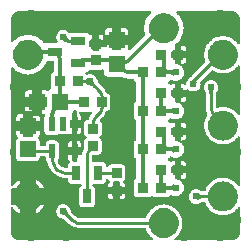
<source format=gbl>
G04 Layer: BottomLayer*
G04 EasyEDA v6.5.42, 2024-03-01 12:01:53*
G04 9a5be75d700b4a6385dc1106f27949ae,10*
G04 Gerber Generator version 0.2*
G04 Scale: 100 percent, Rotated: No, Reflected: No *
G04 Dimensions in millimeters *
G04 leading zeros omitted , absolute positions ,4 integer and 5 decimal *
%FSLAX45Y45*%
%MOMM*%

%AMMACRO1*21,1,$1,$2,0,0,$3*%
%ADD10C,0.3100*%
%ADD11C,0.2500*%
%ADD12C,0.2540*%
%ADD13MACRO1,0.864X0.8065X-90.0000*%
%ADD14R,1.3500X1.4100*%
%ADD15MACRO1,1.35X1.41X0.0000*%
%ADD16MACRO1,1.35X1.41X-90.0000*%
%ADD17MACRO1,1.25X0.7X0.0000*%
%ADD18MACRO1,1.25X0.7X90.0000*%
%ADD19R,0.8640X0.8065*%
%ADD20MACRO1,0.864X0.8065X0.0000*%
%ADD21MACRO1,0.49X1.157X0.0000*%
%ADD22MACRO1,0.49X1.175X0.0000*%
%ADD23MACRO1,0.8X0.9X-90.0000*%
%ADD24MACRO1,0.8X0.9X0.0000*%
%ADD25C,0.6200*%
%ADD26C,0.0108*%

%LPD*%
G36*
X731316Y-364490D02*
G01*
X727405Y-363728D01*
X724103Y-361492D01*
X721918Y-358190D01*
X721156Y-354330D01*
X721156Y-331368D01*
X702564Y-331368D01*
X698449Y-330504D01*
X695045Y-328015D01*
X692912Y-324408D01*
X692454Y-320192D01*
X693013Y-314502D01*
X693013Y-288798D01*
X693775Y-284937D01*
X695960Y-281635D01*
X699262Y-279450D01*
X703173Y-278638D01*
X721156Y-278638D01*
X721156Y-234492D01*
X705510Y-234492D01*
X698703Y-235153D01*
X694791Y-234797D01*
X691286Y-232917D01*
X688746Y-229870D01*
X687832Y-228092D01*
X684022Y-223469D01*
X679399Y-219659D01*
X674166Y-216865D01*
X668426Y-215138D01*
X661974Y-214477D01*
X537972Y-214477D01*
X531672Y-215138D01*
X528523Y-214934D01*
X525627Y-213817D01*
X523189Y-211886D01*
X516635Y-204774D01*
X508609Y-198526D01*
X499719Y-193700D01*
X490118Y-190398D01*
X480059Y-188772D01*
X469950Y-188772D01*
X459892Y-190398D01*
X450291Y-193700D01*
X441401Y-198526D01*
X433374Y-204774D01*
X426516Y-212242D01*
X420928Y-220776D01*
X416864Y-230073D01*
X414375Y-239877D01*
X413512Y-250037D01*
X414375Y-260146D01*
X416864Y-269951D01*
X420928Y-279247D01*
X423875Y-283768D01*
X425450Y-287832D01*
X425145Y-292150D01*
X423062Y-295960D01*
X419608Y-298551D01*
X415391Y-299516D01*
X338023Y-299516D01*
X329590Y-300329D01*
X318566Y-303784D01*
X315061Y-303631D01*
X311759Y-302310D01*
X309118Y-299974D01*
X302158Y-291084D01*
X298500Y-286918D01*
X288086Y-276504D01*
X283921Y-272796D01*
X272338Y-263753D01*
X267817Y-260654D01*
X255270Y-253034D01*
X250393Y-250494D01*
X236931Y-244449D01*
X231851Y-242519D01*
X217779Y-238099D01*
X212394Y-236778D01*
X197916Y-234137D01*
X192430Y-233476D01*
X177698Y-232562D01*
X172262Y-232562D01*
X157581Y-233476D01*
X152044Y-234137D01*
X137566Y-236778D01*
X132232Y-238099D01*
X118160Y-242519D01*
X113080Y-244449D01*
X99618Y-250494D01*
X94742Y-253034D01*
X82143Y-260654D01*
X77673Y-263753D01*
X66090Y-272796D01*
X61925Y-276504D01*
X51511Y-286918D01*
X48260Y-290576D01*
X45008Y-293014D01*
X41097Y-293979D01*
X37084Y-293319D01*
X33629Y-291134D01*
X31343Y-287832D01*
X30530Y-283819D01*
X30530Y-101396D01*
X31445Y-89408D01*
X33629Y-79756D01*
X37185Y-70510D01*
X42011Y-61874D01*
X48056Y-54051D01*
X55117Y-47091D01*
X63093Y-41249D01*
X71831Y-36576D01*
X81127Y-33223D01*
X90830Y-31242D01*
X101396Y-30530D01*
X1208836Y-30530D01*
X1212799Y-31343D01*
X1216152Y-33629D01*
X1218336Y-37084D01*
X1218996Y-41097D01*
X1217980Y-45008D01*
X1215542Y-48260D01*
X1211884Y-51511D01*
X1201521Y-61925D01*
X1197813Y-66090D01*
X1188770Y-77673D01*
X1185672Y-82143D01*
X1178052Y-94742D01*
X1175512Y-99618D01*
X1169416Y-113080D01*
X1167485Y-118160D01*
X1163116Y-132232D01*
X1161796Y-137566D01*
X1159103Y-152044D01*
X1158443Y-157581D01*
X1157579Y-172262D01*
X1157579Y-177698D01*
X1158443Y-192430D01*
X1159103Y-197916D01*
X1161796Y-212394D01*
X1163116Y-217779D01*
X1164844Y-223266D01*
X1165250Y-226872D01*
X1164386Y-230428D01*
X1162304Y-233476D01*
X1040028Y-355701D01*
X1036624Y-357987D01*
X1032510Y-358698D01*
X1028547Y-357733D01*
X1025245Y-355244D01*
X1023213Y-351637D01*
X1022756Y-347522D01*
X1023010Y-344982D01*
X1023010Y-316585D01*
X965098Y-316585D01*
X965098Y-353822D01*
X964336Y-357733D01*
X962101Y-361035D01*
X958850Y-363220D01*
X954938Y-363982D01*
X895045Y-363982D01*
X891184Y-363220D01*
X887882Y-361035D01*
X885698Y-357733D01*
X884885Y-353822D01*
X884885Y-316585D01*
X845819Y-316585D01*
X845819Y-321208D01*
X845058Y-325069D01*
X842822Y-328371D01*
X839571Y-330606D01*
X835660Y-331368D01*
X778865Y-331368D01*
X778865Y-354330D01*
X778052Y-358190D01*
X775868Y-361492D01*
X772566Y-363728D01*
X768705Y-364490D01*
G37*

%LPC*%
G36*
X778865Y-278638D02*
G01*
X806653Y-278638D01*
X806653Y-243535D01*
X807466Y-239674D01*
X808634Y-237896D01*
X806653Y-236880D01*
X800963Y-235153D01*
X794512Y-234492D01*
X778865Y-234492D01*
G37*
G36*
X965098Y-233375D02*
G01*
X1023010Y-233375D01*
X1023010Y-204978D01*
X1022350Y-198577D01*
X1020622Y-192836D01*
X1017828Y-187553D01*
X1014018Y-182981D01*
X1009396Y-179171D01*
X1004163Y-176377D01*
X998423Y-174650D01*
X992022Y-173990D01*
X965098Y-173990D01*
G37*
G36*
X826465Y-233375D02*
G01*
X884885Y-233375D01*
X884885Y-173990D01*
X858012Y-173990D01*
X851560Y-174650D01*
X845819Y-176377D01*
X840587Y-179171D01*
X835964Y-182981D01*
X832154Y-187553D01*
X829360Y-192836D01*
X827633Y-198577D01*
X826973Y-204978D01*
X826973Y-230784D01*
G37*

%LPD*%
G36*
X101396Y-1969516D02*
G01*
X89408Y-1968550D01*
X79756Y-1966366D01*
X70510Y-1962810D01*
X61874Y-1957984D01*
X54051Y-1951939D01*
X47091Y-1944878D01*
X41249Y-1936902D01*
X36576Y-1928164D01*
X33223Y-1918868D01*
X31242Y-1909165D01*
X30530Y-1898599D01*
X30530Y-1700022D01*
X31343Y-1695957D01*
X33782Y-1692554D01*
X37338Y-1690420D01*
X41503Y-1689912D01*
X45466Y-1691081D01*
X48666Y-1693773D01*
X55676Y-1702765D01*
X58572Y-1706016D01*
X68986Y-1716430D01*
X72237Y-1719275D01*
X83820Y-1728368D01*
X87325Y-1730756D01*
X99923Y-1738375D01*
X105156Y-1741017D01*
X105156Y-1669846D01*
X40690Y-1669846D01*
X36779Y-1669084D01*
X33477Y-1666849D01*
X31292Y-1663598D01*
X30530Y-1659686D01*
X30530Y-1540306D01*
X31292Y-1536395D01*
X33477Y-1533144D01*
X36779Y-1530908D01*
X40690Y-1530146D01*
X105156Y-1530146D01*
X105156Y-1458976D01*
X99923Y-1461617D01*
X87325Y-1469237D01*
X83820Y-1471625D01*
X72237Y-1480718D01*
X68986Y-1483563D01*
X58572Y-1493977D01*
X55676Y-1497228D01*
X48666Y-1506220D01*
X45466Y-1508912D01*
X41503Y-1510080D01*
X37338Y-1509572D01*
X33782Y-1507439D01*
X31343Y-1504035D01*
X30530Y-1499971D01*
X30530Y-516178D01*
X31343Y-512165D01*
X33629Y-508863D01*
X37084Y-506679D01*
X41097Y-506018D01*
X45008Y-506984D01*
X48260Y-509422D01*
X51511Y-513080D01*
X61925Y-523493D01*
X66090Y-527202D01*
X77673Y-536244D01*
X82143Y-539343D01*
X94742Y-546963D01*
X99618Y-549503D01*
X113080Y-555548D01*
X118160Y-557479D01*
X132232Y-561898D01*
X137566Y-563219D01*
X152044Y-565861D01*
X157581Y-566521D01*
X172262Y-567436D01*
X177698Y-567436D01*
X192430Y-566521D01*
X197916Y-565861D01*
X212394Y-563219D01*
X217779Y-561898D01*
X231851Y-557479D01*
X236931Y-555548D01*
X250393Y-549503D01*
X255270Y-546963D01*
X267817Y-539343D01*
X272338Y-536244D01*
X283921Y-527202D01*
X288086Y-523493D01*
X298500Y-513080D01*
X302158Y-508914D01*
X311251Y-497332D01*
X314350Y-492810D01*
X321970Y-480263D01*
X324510Y-475386D01*
X330555Y-461924D01*
X332435Y-457047D01*
X334568Y-453643D01*
X337921Y-451307D01*
X341884Y-450494D01*
X383489Y-450494D01*
X387400Y-451307D01*
X390702Y-453491D01*
X392887Y-456793D01*
X393649Y-460654D01*
X393649Y-538429D01*
X392988Y-542036D01*
X391160Y-545134D01*
X386892Y-548182D01*
X380746Y-553212D01*
X375716Y-559308D01*
X371957Y-566318D01*
X369671Y-573887D01*
X368858Y-582320D01*
X368858Y-667715D01*
X369671Y-676097D01*
X371551Y-682244D01*
X371906Y-686155D01*
X370789Y-689965D01*
X368249Y-693013D01*
X357022Y-698855D01*
X350875Y-703884D01*
X347573Y-706983D01*
X344322Y-708253D01*
X340868Y-708355D01*
X337566Y-707237D01*
X332130Y-704342D01*
X326440Y-702614D01*
X319989Y-702005D01*
X291592Y-702005D01*
X291592Y-759917D01*
X328828Y-759917D01*
X332740Y-760679D01*
X336042Y-762863D01*
X338226Y-766165D01*
X338988Y-770077D01*
X338988Y-829919D01*
X338226Y-833831D01*
X336042Y-837133D01*
X332740Y-839317D01*
X328828Y-840079D01*
X291592Y-840079D01*
X291592Y-897991D01*
X308457Y-897991D01*
X312166Y-898702D01*
X315366Y-900684D01*
X317601Y-903732D01*
X318566Y-907389D01*
X318160Y-911098D01*
X315823Y-918870D01*
X315010Y-927252D01*
X315010Y-1041958D01*
X315823Y-1050391D01*
X318109Y-1057960D01*
X321868Y-1064971D01*
X326898Y-1071067D01*
X333044Y-1076096D01*
X340004Y-1079855D01*
X347624Y-1082141D01*
X356006Y-1083005D01*
X404012Y-1083005D01*
X412394Y-1082141D01*
X419963Y-1079855D01*
X426974Y-1076096D01*
X430885Y-1072896D01*
X433730Y-1071270D01*
X436981Y-1070610D01*
X440283Y-1071067D01*
X444550Y-1072337D01*
X451002Y-1072997D01*
X499008Y-1072997D01*
X505459Y-1072337D01*
X511098Y-1070610D01*
X517601Y-1067054D01*
X520801Y-1065936D01*
X524205Y-1065936D01*
X527405Y-1067054D01*
X533908Y-1070610D01*
X539546Y-1072337D01*
X545998Y-1072997D01*
X551383Y-1072997D01*
X551383Y-1019911D01*
X540156Y-1019911D01*
X536295Y-1019149D01*
X532993Y-1016914D01*
X530758Y-1013612D01*
X529996Y-1009751D01*
X529996Y-959510D01*
X530758Y-955598D01*
X532993Y-952347D01*
X536295Y-950112D01*
X540156Y-949350D01*
X551383Y-949350D01*
X551383Y-896975D01*
X551992Y-893521D01*
X557885Y-883005D01*
X561441Y-870458D01*
X563981Y-867359D01*
X567436Y-865530D01*
X571398Y-865124D01*
X575208Y-866292D01*
X578256Y-868781D01*
X580745Y-871829D01*
X590600Y-879754D01*
X592480Y-883412D01*
X592734Y-887476D01*
X591362Y-891336D01*
X588619Y-894334D01*
X588619Y-949350D01*
X624992Y-949350D01*
X624992Y-927252D01*
X624382Y-920851D01*
X622655Y-915111D01*
X619810Y-909828D01*
X616051Y-905256D01*
X611733Y-901700D01*
X609142Y-898499D01*
X608076Y-894537D01*
X608634Y-890422D01*
X610768Y-886917D01*
X614172Y-884529D01*
X618185Y-883716D01*
X689508Y-883716D01*
X697890Y-882903D01*
X706424Y-880262D01*
X710742Y-879957D01*
X714756Y-881380D01*
X717854Y-884377D01*
X719429Y-888390D01*
X719175Y-892657D01*
X717194Y-896467D01*
X709422Y-905916D01*
X699770Y-920343D01*
X695553Y-928116D01*
X688898Y-944168D01*
X687984Y-947064D01*
X686104Y-950518D01*
X683056Y-953008D01*
X679297Y-954125D01*
X675843Y-954481D01*
X670153Y-956208D01*
X664870Y-959002D01*
X660247Y-962812D01*
X656488Y-967435D01*
X653643Y-972718D01*
X651916Y-978408D01*
X651306Y-984859D01*
X651306Y-1064514D01*
X651916Y-1070914D01*
X653643Y-1076655D01*
X656488Y-1081938D01*
X660247Y-1086510D01*
X664870Y-1090320D01*
X666242Y-1091031D01*
X669544Y-1093876D01*
X671372Y-1097838D01*
X671372Y-1102156D01*
X669544Y-1106119D01*
X666242Y-1108964D01*
X664870Y-1109675D01*
X660247Y-1113485D01*
X656488Y-1118057D01*
X653643Y-1123340D01*
X651916Y-1129080D01*
X651306Y-1135481D01*
X651306Y-1189786D01*
X650951Y-1192326D01*
X650036Y-1194714D01*
X645007Y-1203756D01*
X638708Y-1218895D01*
X636117Y-1227277D01*
X633018Y-1242923D01*
X631748Y-1246174D01*
X629513Y-1248816D01*
X626465Y-1250492D01*
X623062Y-1251102D01*
X588619Y-1251102D01*
X588619Y-1296822D01*
X587806Y-1300734D01*
X585622Y-1304036D01*
X582320Y-1306220D01*
X578459Y-1306982D01*
X561543Y-1306982D01*
X557682Y-1306220D01*
X554380Y-1304036D01*
X552196Y-1300734D01*
X551383Y-1296822D01*
X551383Y-1251102D01*
X515010Y-1251102D01*
X515010Y-1273606D01*
X515620Y-1280058D01*
X517347Y-1285798D01*
X520192Y-1291031D01*
X523951Y-1295654D01*
X526542Y-1297736D01*
X529234Y-1301242D01*
X530250Y-1305610D01*
X529234Y-1309928D01*
X526542Y-1313484D01*
X523443Y-1315974D01*
X519684Y-1320596D01*
X516839Y-1325829D01*
X515112Y-1331569D01*
X514502Y-1338021D01*
X514502Y-1346809D01*
X513740Y-1350721D01*
X511505Y-1354023D01*
X508203Y-1356207D01*
X504342Y-1356969D01*
X492201Y-1356969D01*
X490220Y-1356817D01*
X477875Y-1354328D01*
X475945Y-1353769D01*
X464312Y-1348943D01*
X462584Y-1348028D01*
X452120Y-1341018D01*
X450596Y-1339748D01*
X440232Y-1329436D01*
X439013Y-1327912D01*
X432003Y-1317447D01*
X431038Y-1315669D01*
X426262Y-1304036D01*
X425500Y-1300581D01*
X425958Y-1297076D01*
X427634Y-1293926D01*
X429768Y-1291183D01*
X432612Y-1285798D01*
X434390Y-1280058D01*
X435000Y-1273606D01*
X435000Y-1157122D01*
X434390Y-1150670D01*
X432612Y-1144981D01*
X429818Y-1139698D01*
X426059Y-1135075D01*
X421436Y-1131316D01*
X416153Y-1128471D01*
X410464Y-1126744D01*
X404012Y-1126134D01*
X356006Y-1126134D01*
X349554Y-1126744D01*
X343865Y-1128471D01*
X338582Y-1131316D01*
X333959Y-1135075D01*
X330200Y-1139698D01*
X327355Y-1144981D01*
X325628Y-1150670D01*
X325018Y-1157122D01*
X325018Y-1161999D01*
X324205Y-1165910D01*
X322021Y-1169162D01*
X318719Y-1171397D01*
X314858Y-1172159D01*
X283159Y-1172159D01*
X279298Y-1171397D01*
X275996Y-1169162D01*
X273761Y-1165910D01*
X272999Y-1161999D01*
X272999Y-1129995D01*
X272389Y-1123543D01*
X270662Y-1117854D01*
X267817Y-1112570D01*
X261162Y-1104341D01*
X260197Y-1100023D01*
X261162Y-1095654D01*
X267817Y-1087424D01*
X270662Y-1082141D01*
X272389Y-1076452D01*
X272999Y-1070000D01*
X272999Y-1041603D01*
X215087Y-1041603D01*
X215087Y-1088847D01*
X214325Y-1092708D01*
X212140Y-1096010D01*
X208838Y-1098245D01*
X204927Y-1099007D01*
X145084Y-1099007D01*
X141173Y-1098245D01*
X137871Y-1096010D01*
X135686Y-1092708D01*
X134924Y-1088847D01*
X134924Y-1041603D01*
X77012Y-1041603D01*
X77012Y-1070000D01*
X77622Y-1076452D01*
X79349Y-1082141D01*
X82194Y-1087424D01*
X88849Y-1095654D01*
X89814Y-1100023D01*
X88849Y-1104341D01*
X82194Y-1112570D01*
X79349Y-1117854D01*
X77622Y-1123543D01*
X77012Y-1129995D01*
X77012Y-1270000D01*
X77622Y-1276451D01*
X79349Y-1282141D01*
X82194Y-1287424D01*
X85953Y-1292047D01*
X90576Y-1295806D01*
X95859Y-1298651D01*
X101549Y-1300378D01*
X108000Y-1300988D01*
X242011Y-1300988D01*
X248462Y-1300378D01*
X254152Y-1298651D01*
X259435Y-1295806D01*
X264058Y-1292047D01*
X267817Y-1287424D01*
X270662Y-1282141D01*
X272389Y-1276451D01*
X272999Y-1268730D01*
X273761Y-1264869D01*
X275996Y-1261567D01*
X279298Y-1259332D01*
X283159Y-1258570D01*
X314858Y-1258570D01*
X318719Y-1259332D01*
X322021Y-1261567D01*
X324205Y-1264869D01*
X325018Y-1268730D01*
X325018Y-1273606D01*
X325628Y-1280058D01*
X327355Y-1285798D01*
X330200Y-1291031D01*
X336651Y-1298651D01*
X337921Y-1301902D01*
X342239Y-1323594D01*
X344728Y-1332026D01*
X353415Y-1353007D01*
X357530Y-1360779D01*
X370128Y-1379626D01*
X375666Y-1386484D01*
X393141Y-1403959D01*
X399897Y-1409598D01*
X418744Y-1422196D01*
X426516Y-1426362D01*
X447446Y-1435049D01*
X455879Y-1437640D01*
X478078Y-1442110D01*
X486867Y-1443024D01*
X504342Y-1443024D01*
X508203Y-1443786D01*
X511505Y-1445971D01*
X513740Y-1449273D01*
X514502Y-1453184D01*
X514502Y-1462024D01*
X515112Y-1468424D01*
X516839Y-1474165D01*
X519684Y-1479448D01*
X523443Y-1484020D01*
X528066Y-1487830D01*
X533349Y-1490624D01*
X539038Y-1492351D01*
X545490Y-1493012D01*
X614476Y-1493012D01*
X618134Y-1492656D01*
X622096Y-1493062D01*
X625551Y-1494891D01*
X628091Y-1497990D01*
X629259Y-1501749D01*
X628853Y-1505712D01*
X626973Y-1509217D01*
X618439Y-1515973D01*
X614680Y-1520545D01*
X611886Y-1525828D01*
X610108Y-1531569D01*
X609498Y-1537970D01*
X609498Y-1661972D01*
X610108Y-1668424D01*
X611886Y-1674164D01*
X614680Y-1679397D01*
X618439Y-1684020D01*
X623062Y-1687830D01*
X628345Y-1690624D01*
X634034Y-1692351D01*
X640486Y-1693011D01*
X709523Y-1693011D01*
X715924Y-1692351D01*
X721664Y-1690624D01*
X726897Y-1687830D01*
X731520Y-1684020D01*
X735330Y-1679397D01*
X738124Y-1674164D01*
X739851Y-1668424D01*
X740511Y-1661972D01*
X740511Y-1537970D01*
X739851Y-1531569D01*
X738124Y-1525828D01*
X735330Y-1520545D01*
X731520Y-1515973D01*
X723036Y-1509217D01*
X721156Y-1505712D01*
X720750Y-1501749D01*
X721918Y-1497990D01*
X724408Y-1494891D01*
X727913Y-1493062D01*
X731875Y-1492656D01*
X735482Y-1493012D01*
X804519Y-1493012D01*
X810920Y-1492351D01*
X816660Y-1490624D01*
X821944Y-1487830D01*
X826516Y-1484020D01*
X830326Y-1479448D01*
X833119Y-1474165D01*
X834847Y-1468424D01*
X835507Y-1462024D01*
X835507Y-1458264D01*
X836472Y-1453896D01*
X839216Y-1450390D01*
X843178Y-1448409D01*
X847648Y-1448308D01*
X851712Y-1450086D01*
X854608Y-1453438D01*
X856487Y-1456944D01*
X860247Y-1461516D01*
X864869Y-1465326D01*
X866241Y-1466037D01*
X869543Y-1468882D01*
X871372Y-1472844D01*
X871372Y-1477162D01*
X869543Y-1481124D01*
X866241Y-1483969D01*
X864869Y-1484680D01*
X860247Y-1488440D01*
X856487Y-1493062D01*
X853643Y-1498346D01*
X851916Y-1504035D01*
X851306Y-1510487D01*
X851306Y-1523796D01*
X897026Y-1523796D01*
X897026Y-1480667D01*
X897839Y-1476756D01*
X900023Y-1473504D01*
X903325Y-1471269D01*
X907186Y-1470507D01*
X942797Y-1470507D01*
X946658Y-1471269D01*
X949960Y-1473504D01*
X952195Y-1476756D01*
X952957Y-1480667D01*
X952957Y-1523796D01*
X998728Y-1523796D01*
X998728Y-1510487D01*
X998067Y-1504035D01*
X996340Y-1498346D01*
X993546Y-1493062D01*
X989736Y-1488440D01*
X985113Y-1484680D01*
X983792Y-1483969D01*
X980490Y-1481124D01*
X978662Y-1477162D01*
X978662Y-1472844D01*
X980490Y-1468882D01*
X983792Y-1466037D01*
X985113Y-1465326D01*
X989736Y-1461516D01*
X993546Y-1456944D01*
X996340Y-1451660D01*
X998067Y-1445920D01*
X998728Y-1439519D01*
X998728Y-1359865D01*
X998067Y-1353413D01*
X996340Y-1347673D01*
X993546Y-1342440D01*
X989736Y-1337818D01*
X985113Y-1334008D01*
X979830Y-1331214D01*
X974140Y-1329486D01*
X967689Y-1328826D01*
X882294Y-1328826D01*
X875842Y-1329486D01*
X870153Y-1331214D01*
X864869Y-1334008D01*
X860247Y-1337818D01*
X856487Y-1342440D01*
X854608Y-1345895D01*
X851712Y-1349248D01*
X847648Y-1351076D01*
X843178Y-1350975D01*
X839216Y-1348943D01*
X836472Y-1345438D01*
X835507Y-1341120D01*
X835507Y-1338021D01*
X834847Y-1331569D01*
X833119Y-1325829D01*
X830326Y-1320596D01*
X826516Y-1315974D01*
X821944Y-1312164D01*
X816660Y-1309370D01*
X810920Y-1307642D01*
X804519Y-1306982D01*
X735482Y-1306982D01*
X729183Y-1307642D01*
X724966Y-1307134D01*
X721360Y-1305052D01*
X718870Y-1301648D01*
X718007Y-1297533D01*
X718007Y-1257503D01*
X718464Y-1254353D01*
X719683Y-1251102D01*
X721969Y-1248460D01*
X724966Y-1246733D01*
X728421Y-1246174D01*
X767689Y-1246174D01*
X774141Y-1245514D01*
X779830Y-1243787D01*
X785114Y-1240993D01*
X789736Y-1237183D01*
X793546Y-1232560D01*
X796340Y-1227277D01*
X798068Y-1221587D01*
X798728Y-1215136D01*
X798728Y-1135481D01*
X798068Y-1129080D01*
X796340Y-1123340D01*
X793546Y-1118057D01*
X789736Y-1113485D01*
X785114Y-1109675D01*
X783793Y-1108964D01*
X780491Y-1106119D01*
X778662Y-1102156D01*
X778662Y-1097838D01*
X780491Y-1093876D01*
X783793Y-1091031D01*
X785114Y-1090320D01*
X789736Y-1086510D01*
X793546Y-1081938D01*
X796340Y-1076655D01*
X798068Y-1070914D01*
X798728Y-1064514D01*
X798728Y-984859D01*
X798068Y-978408D01*
X796340Y-972718D01*
X793546Y-967435D01*
X786587Y-959103D01*
X785520Y-955040D01*
X786180Y-950874D01*
X788466Y-947369D01*
X810260Y-925525D01*
X815898Y-918768D01*
X825550Y-904290D01*
X829767Y-896569D01*
X836574Y-880059D01*
X839114Y-876452D01*
X842924Y-874268D01*
X852271Y-871372D01*
X857554Y-868527D01*
X862177Y-864717D01*
X865987Y-860094D01*
X868781Y-854862D01*
X870508Y-849121D01*
X871169Y-842721D01*
X871169Y-757275D01*
X870508Y-750874D01*
X868781Y-745134D01*
X865987Y-739902D01*
X862177Y-735279D01*
X857554Y-731469D01*
X852322Y-728675D01*
X846582Y-726948D01*
X841756Y-725779D01*
X838809Y-723646D01*
X836879Y-720547D01*
X829970Y-703935D01*
X825855Y-696163D01*
X816254Y-681736D01*
X810260Y-674420D01*
X772972Y-637133D01*
X768299Y-631748D01*
X765149Y-626465D01*
X764336Y-624636D01*
X758240Y-605282D01*
X754075Y-595731D01*
X748487Y-587248D01*
X741629Y-579780D01*
X733602Y-573532D01*
X724712Y-568706D01*
X715111Y-565404D01*
X705053Y-563727D01*
X694944Y-563727D01*
X684885Y-565404D01*
X677164Y-568045D01*
X673100Y-568604D01*
X669188Y-567486D01*
X665988Y-564896D01*
X663041Y-561289D01*
X661060Y-557428D01*
X660857Y-553059D01*
X662533Y-549046D01*
X665734Y-546100D01*
X677976Y-542391D01*
X684987Y-538632D01*
X691083Y-533603D01*
X694893Y-528980D01*
X697382Y-526796D01*
X700430Y-525526D01*
X794512Y-525475D01*
X802894Y-524662D01*
X807618Y-523951D01*
X811276Y-524967D01*
X814273Y-527202D01*
X816305Y-530402D01*
X817016Y-534111D01*
X817016Y-544982D01*
X817829Y-553415D01*
X820115Y-560984D01*
X823874Y-567994D01*
X828903Y-574090D01*
X834999Y-579120D01*
X842010Y-582879D01*
X849630Y-585165D01*
X858012Y-586028D01*
X966266Y-586028D01*
X971245Y-587298D01*
X995070Y-597154D01*
X1005230Y-600100D01*
X1030376Y-605078D01*
X1040892Y-605993D01*
X1064463Y-605993D01*
X1068019Y-606653D01*
X1071168Y-608533D01*
X1073404Y-611378D01*
X1075690Y-615696D01*
X1080719Y-621792D01*
X1086866Y-626821D01*
X1091133Y-629869D01*
X1093012Y-632968D01*
X1093673Y-636574D01*
X1093673Y-788466D01*
X1093012Y-792022D01*
X1091133Y-795121D01*
X1086866Y-798169D01*
X1080719Y-803198D01*
X1075690Y-809345D01*
X1071981Y-816305D01*
X1069644Y-823925D01*
X1068832Y-832307D01*
X1068832Y-917702D01*
X1069644Y-926084D01*
X1071981Y-933703D01*
X1075690Y-940663D01*
X1080719Y-946810D01*
X1086866Y-951839D01*
X1091133Y-954836D01*
X1093012Y-957986D01*
X1093673Y-961542D01*
X1093673Y-1113434D01*
X1093012Y-1117041D01*
X1091133Y-1120140D01*
X1086866Y-1123137D01*
X1080719Y-1128166D01*
X1075690Y-1134313D01*
X1071981Y-1141323D01*
X1069644Y-1148892D01*
X1068832Y-1157274D01*
X1068832Y-1242720D01*
X1069644Y-1251102D01*
X1071981Y-1258671D01*
X1075690Y-1265682D01*
X1080719Y-1271828D01*
X1086866Y-1276858D01*
X1091133Y-1279855D01*
X1093012Y-1282954D01*
X1093673Y-1286560D01*
X1093673Y-1438452D01*
X1093012Y-1442008D01*
X1091133Y-1445158D01*
X1086866Y-1448155D01*
X1080719Y-1453184D01*
X1075690Y-1459331D01*
X1071981Y-1466291D01*
X1069644Y-1473911D01*
X1068832Y-1482293D01*
X1068832Y-1567688D01*
X1069644Y-1576070D01*
X1071981Y-1583690D01*
X1075690Y-1590700D01*
X1080719Y-1596796D01*
X1086866Y-1601825D01*
X1093876Y-1605584D01*
X1101445Y-1607870D01*
X1109827Y-1608683D01*
X1189482Y-1608683D01*
X1197914Y-1607870D01*
X1205484Y-1605584D01*
X1212494Y-1601825D01*
X1218539Y-1596847D01*
X1221587Y-1595120D01*
X1224991Y-1594561D01*
X1228445Y-1595120D01*
X1231442Y-1596847D01*
X1237538Y-1601825D01*
X1244498Y-1605584D01*
X1252118Y-1607870D01*
X1260500Y-1608683D01*
X1340154Y-1608683D01*
X1348536Y-1607870D01*
X1356106Y-1605584D01*
X1363116Y-1601825D01*
X1369263Y-1596796D01*
X1376730Y-1587703D01*
X1380083Y-1585874D01*
X1383842Y-1585417D01*
X1387551Y-1586331D01*
X1395222Y-1589989D01*
X1402791Y-1592935D01*
X1413814Y-1595577D01*
X1424990Y-1596491D01*
X1436166Y-1595577D01*
X1447088Y-1592986D01*
X1457452Y-1588668D01*
X1467002Y-1582826D01*
X1475536Y-1575511D01*
X1482801Y-1567027D01*
X1488694Y-1557426D01*
X1492961Y-1547063D01*
X1495602Y-1536192D01*
X1496466Y-1525016D01*
X1495602Y-1513789D01*
X1492961Y-1502918D01*
X1488694Y-1492554D01*
X1482801Y-1482953D01*
X1475536Y-1474470D01*
X1468424Y-1468374D01*
X1465935Y-1465173D01*
X1464919Y-1461262D01*
X1461160Y-1462024D01*
X1457299Y-1461262D01*
X1447088Y-1456994D01*
X1436166Y-1454404D01*
X1427988Y-1453743D01*
X1424381Y-1452778D01*
X1421333Y-1450543D01*
X1419352Y-1447342D01*
X1418640Y-1443634D01*
X1418640Y-1403858D01*
X1395679Y-1403858D01*
X1391767Y-1403096D01*
X1388516Y-1400860D01*
X1386281Y-1397558D01*
X1385519Y-1393698D01*
X1385519Y-1356309D01*
X1386281Y-1352397D01*
X1388516Y-1349146D01*
X1391767Y-1346911D01*
X1395679Y-1346149D01*
X1418640Y-1346149D01*
X1418640Y-1299514D01*
X1405483Y-1299514D01*
X1399032Y-1300124D01*
X1393342Y-1301851D01*
X1387246Y-1305102D01*
X1383944Y-1306220D01*
X1380490Y-1306118D01*
X1377238Y-1304848D01*
X1373632Y-1301394D01*
X1367332Y-1296263D01*
X1363675Y-1294079D01*
X1360779Y-1291539D01*
X1359001Y-1288084D01*
X1358696Y-1284173D01*
X1359865Y-1280464D01*
X1362354Y-1277467D01*
X1369263Y-1271828D01*
X1376730Y-1262735D01*
X1380083Y-1260856D01*
X1383842Y-1260398D01*
X1387551Y-1261364D01*
X1395222Y-1264970D01*
X1402791Y-1267968D01*
X1413814Y-1270609D01*
X1424990Y-1271473D01*
X1436166Y-1270609D01*
X1447088Y-1267968D01*
X1457452Y-1263700D01*
X1467002Y-1257808D01*
X1475536Y-1250543D01*
X1482801Y-1242009D01*
X1488694Y-1232458D01*
X1492961Y-1222095D01*
X1495602Y-1211173D01*
X1496466Y-1199997D01*
X1495602Y-1188821D01*
X1492961Y-1177899D01*
X1488694Y-1167536D01*
X1482801Y-1157986D01*
X1475536Y-1149451D01*
X1468424Y-1143406D01*
X1465935Y-1140155D01*
X1464919Y-1136294D01*
X1461160Y-1137005D01*
X1457299Y-1136243D01*
X1447088Y-1132027D01*
X1436166Y-1129385D01*
X1427988Y-1128776D01*
X1424381Y-1127760D01*
X1421333Y-1125524D01*
X1419352Y-1122324D01*
X1418640Y-1118616D01*
X1418640Y-1078839D01*
X1395679Y-1078839D01*
X1391767Y-1078077D01*
X1388516Y-1075893D01*
X1386281Y-1072591D01*
X1385519Y-1068679D01*
X1385519Y-1031290D01*
X1386281Y-1027430D01*
X1388516Y-1024128D01*
X1391767Y-1021943D01*
X1395679Y-1021130D01*
X1418640Y-1021130D01*
X1418640Y-974496D01*
X1405483Y-974496D01*
X1399032Y-975106D01*
X1393342Y-976884D01*
X1387246Y-980135D01*
X1383944Y-981202D01*
X1380490Y-981100D01*
X1377238Y-979881D01*
X1373632Y-976376D01*
X1367332Y-971245D01*
X1363675Y-969111D01*
X1360779Y-966520D01*
X1359001Y-963066D01*
X1358696Y-959205D01*
X1359865Y-955497D01*
X1362354Y-952500D01*
X1369263Y-946810D01*
X1376730Y-937717D01*
X1380083Y-935888D01*
X1383842Y-935431D01*
X1387551Y-936345D01*
X1395222Y-940003D01*
X1402791Y-942949D01*
X1413814Y-945591D01*
X1424990Y-946505D01*
X1436166Y-945591D01*
X1447088Y-943000D01*
X1457452Y-938682D01*
X1467002Y-932840D01*
X1475536Y-925525D01*
X1482801Y-917041D01*
X1488694Y-907440D01*
X1492961Y-897077D01*
X1495602Y-886206D01*
X1496466Y-875030D01*
X1495602Y-863803D01*
X1492961Y-852932D01*
X1488694Y-842568D01*
X1482801Y-832967D01*
X1475536Y-824484D01*
X1468424Y-818388D01*
X1465884Y-815136D01*
X1464919Y-811276D01*
X1461160Y-812038D01*
X1457299Y-811276D01*
X1447088Y-807008D01*
X1436166Y-804418D01*
X1427988Y-803757D01*
X1424381Y-802792D01*
X1421333Y-800557D01*
X1419352Y-797356D01*
X1418640Y-793648D01*
X1418640Y-753872D01*
X1395679Y-753872D01*
X1391767Y-753059D01*
X1388516Y-750874D01*
X1386281Y-747572D01*
X1385519Y-743712D01*
X1385519Y-706323D01*
X1386281Y-702411D01*
X1388516Y-699109D01*
X1391767Y-696925D01*
X1395679Y-696163D01*
X1418640Y-696163D01*
X1418640Y-649478D01*
X1405483Y-649478D01*
X1399032Y-650138D01*
X1393342Y-651865D01*
X1387246Y-655116D01*
X1383944Y-656183D01*
X1380490Y-656132D01*
X1377238Y-654862D01*
X1373632Y-651408D01*
X1367332Y-646226D01*
X1363675Y-644093D01*
X1360779Y-641553D01*
X1359001Y-638048D01*
X1358696Y-634187D01*
X1359865Y-630478D01*
X1362354Y-627481D01*
X1369263Y-621792D01*
X1376730Y-612749D01*
X1380083Y-610870D01*
X1383842Y-610412D01*
X1387551Y-611378D01*
X1395222Y-614984D01*
X1402791Y-617982D01*
X1413814Y-620623D01*
X1424990Y-621487D01*
X1436166Y-620623D01*
X1447088Y-617982D01*
X1457452Y-613714D01*
X1467002Y-607822D01*
X1475536Y-600557D01*
X1482801Y-592023D01*
X1488694Y-582472D01*
X1492961Y-572109D01*
X1495602Y-561187D01*
X1496466Y-550011D01*
X1495602Y-538835D01*
X1492961Y-527913D01*
X1488694Y-517550D01*
X1482801Y-508000D01*
X1475536Y-499465D01*
X1468424Y-493369D01*
X1465884Y-490169D01*
X1464868Y-486308D01*
X1461160Y-487019D01*
X1457299Y-486257D01*
X1447088Y-482041D01*
X1436166Y-479399D01*
X1427988Y-478790D01*
X1424381Y-477774D01*
X1421333Y-475538D01*
X1419352Y-472338D01*
X1418640Y-468630D01*
X1418640Y-428853D01*
X1395679Y-428853D01*
X1391767Y-428091D01*
X1388516Y-425856D01*
X1386281Y-422554D01*
X1385519Y-418693D01*
X1385519Y-381304D01*
X1386281Y-377444D01*
X1388516Y-374142D01*
X1391767Y-371906D01*
X1395679Y-371144D01*
X1418640Y-371144D01*
X1418640Y-319074D01*
X1419098Y-316077D01*
X1420418Y-313283D01*
X1422552Y-311099D01*
X1433931Y-302158D01*
X1438097Y-298500D01*
X1448511Y-288086D01*
X1452168Y-283921D01*
X1461262Y-272338D01*
X1464360Y-267817D01*
X1471930Y-255270D01*
X1474520Y-250393D01*
X1480566Y-236931D01*
X1482496Y-231851D01*
X1486865Y-217779D01*
X1488236Y-212394D01*
X1490878Y-197916D01*
X1491538Y-192430D01*
X1492402Y-177698D01*
X1492402Y-172262D01*
X1491538Y-157581D01*
X1490878Y-152044D01*
X1488236Y-137566D01*
X1486865Y-132232D01*
X1482496Y-118160D01*
X1480566Y-113080D01*
X1474520Y-99618D01*
X1471930Y-94742D01*
X1464360Y-82143D01*
X1461262Y-77673D01*
X1452168Y-66090D01*
X1448511Y-61925D01*
X1438097Y-51511D01*
X1434439Y-48260D01*
X1432001Y-45008D01*
X1431036Y-41097D01*
X1431645Y-37084D01*
X1433830Y-33629D01*
X1437182Y-31343D01*
X1441145Y-30530D01*
X1898599Y-30530D01*
X1910588Y-31445D01*
X1920239Y-33629D01*
X1929485Y-37185D01*
X1938121Y-42011D01*
X1945995Y-48056D01*
X1952904Y-55117D01*
X1958746Y-63093D01*
X1963420Y-71831D01*
X1966772Y-81127D01*
X1968754Y-90830D01*
X1969465Y-101396D01*
X1969465Y-299974D01*
X1968652Y-304038D01*
X1966214Y-307441D01*
X1962657Y-309575D01*
X1958492Y-310083D01*
X1954530Y-308914D01*
X1951329Y-306222D01*
X1944319Y-297230D01*
X1941423Y-293979D01*
X1931009Y-283565D01*
X1927758Y-280720D01*
X1916175Y-271627D01*
X1912670Y-269240D01*
X1900072Y-261620D01*
X1896262Y-259588D01*
X1882851Y-253542D01*
X1878838Y-252069D01*
X1864817Y-247650D01*
X1860600Y-246634D01*
X1846122Y-243941D01*
X1841804Y-243433D01*
X1827123Y-242570D01*
X1822856Y-242570D01*
X1808175Y-243433D01*
X1803857Y-243941D01*
X1789379Y-246634D01*
X1785213Y-247650D01*
X1771142Y-252069D01*
X1767179Y-253542D01*
X1753717Y-259588D01*
X1749907Y-261620D01*
X1737360Y-269240D01*
X1733854Y-271627D01*
X1722221Y-280720D01*
X1718970Y-283565D01*
X1708556Y-293979D01*
X1705711Y-297230D01*
X1696618Y-308864D01*
X1694230Y-312318D01*
X1686610Y-324916D01*
X1684629Y-328726D01*
X1678584Y-342188D01*
X1677060Y-346151D01*
X1672640Y-360222D01*
X1671624Y-364388D01*
X1668983Y-378866D01*
X1668424Y-383184D01*
X1667560Y-397865D01*
X1667560Y-402132D01*
X1668424Y-416814D01*
X1668983Y-421132D01*
X1671624Y-435609D01*
X1672640Y-439775D01*
X1677212Y-454253D01*
X1677619Y-457911D01*
X1676755Y-461467D01*
X1674672Y-464515D01*
X1572107Y-567080D01*
X1560677Y-577850D01*
X1551838Y-585419D01*
X1542440Y-593852D01*
X1537208Y-599186D01*
X1531620Y-605586D01*
X1525930Y-612952D01*
X1520952Y-620725D01*
X1516888Y-630072D01*
X1514348Y-639876D01*
X1513941Y-645007D01*
X1512824Y-648868D01*
X1510334Y-651967D01*
X1506829Y-653897D01*
X1502867Y-654304D01*
X1499006Y-653135D01*
X1496618Y-651865D01*
X1490929Y-650138D01*
X1484477Y-649478D01*
X1471320Y-649478D01*
X1471320Y-696163D01*
X1517243Y-696163D01*
X1519783Y-693572D01*
X1523085Y-691997D01*
X1526743Y-691743D01*
X1530248Y-692759D01*
X1541373Y-701497D01*
X1550314Y-706323D01*
X1559915Y-709625D01*
X1569923Y-711250D01*
X1580083Y-711250D01*
X1590090Y-709625D01*
X1599692Y-706323D01*
X1608632Y-701497D01*
X1616659Y-695248D01*
X1623517Y-687781D01*
X1629054Y-679246D01*
X1633169Y-669950D01*
X1635658Y-660146D01*
X1636471Y-650036D01*
X1635607Y-639775D01*
X1634134Y-633425D01*
X1633982Y-630021D01*
X1634896Y-626719D01*
X1636877Y-623925D01*
X1727149Y-533654D01*
X1730908Y-531266D01*
X1735378Y-530758D01*
X1739595Y-532130D01*
X1749907Y-538378D01*
X1753717Y-540410D01*
X1767179Y-546455D01*
X1771142Y-547928D01*
X1785213Y-552348D01*
X1789379Y-553364D01*
X1803857Y-556056D01*
X1808175Y-556564D01*
X1822856Y-557428D01*
X1827123Y-557428D01*
X1841804Y-556564D01*
X1846122Y-556056D01*
X1860600Y-553364D01*
X1864817Y-552348D01*
X1878838Y-547928D01*
X1882851Y-546455D01*
X1896262Y-540410D01*
X1900072Y-538378D01*
X1912670Y-530758D01*
X1916175Y-528370D01*
X1927758Y-519277D01*
X1931009Y-516432D01*
X1941423Y-506018D01*
X1944319Y-502767D01*
X1951329Y-493776D01*
X1954530Y-491083D01*
X1958492Y-489915D01*
X1962657Y-490423D01*
X1966214Y-492556D01*
X1968652Y-495960D01*
X1969465Y-500024D01*
X1969465Y-899972D01*
X1968652Y-904036D01*
X1966214Y-907440D01*
X1962657Y-909574D01*
X1958492Y-910082D01*
X1954530Y-908913D01*
X1951329Y-906221D01*
X1944319Y-897229D01*
X1941423Y-893978D01*
X1931009Y-883564D01*
X1927758Y-880719D01*
X1916175Y-871626D01*
X1912670Y-869238D01*
X1900072Y-861618D01*
X1896262Y-859586D01*
X1882851Y-853541D01*
X1878838Y-852068D01*
X1864817Y-847648D01*
X1860600Y-846632D01*
X1846122Y-843940D01*
X1841804Y-843432D01*
X1827123Y-842568D01*
X1822856Y-842568D01*
X1808175Y-843432D01*
X1803857Y-843940D01*
X1789379Y-846632D01*
X1781200Y-848918D01*
X1777441Y-849325D01*
X1773783Y-848360D01*
X1770735Y-846124D01*
X1768703Y-842924D01*
X1767992Y-839216D01*
X1767992Y-735888D01*
X1768500Y-728065D01*
X1770024Y-722071D01*
X1770735Y-720242D01*
X1779981Y-702564D01*
X1783130Y-695045D01*
X1785620Y-685139D01*
X1786483Y-675030D01*
X1785620Y-664870D01*
X1783130Y-655066D01*
X1779066Y-645769D01*
X1773478Y-637235D01*
X1766620Y-629767D01*
X1758594Y-623519D01*
X1749704Y-618693D01*
X1740103Y-615391D01*
X1730044Y-613765D01*
X1719935Y-613765D01*
X1709877Y-615391D01*
X1700275Y-618693D01*
X1691386Y-623519D01*
X1683359Y-629767D01*
X1676501Y-637235D01*
X1670913Y-645769D01*
X1666849Y-655066D01*
X1664360Y-664870D01*
X1663496Y-675030D01*
X1664360Y-685139D01*
X1666849Y-695045D01*
X1669999Y-702564D01*
X1679803Y-721664D01*
X1680768Y-724611D01*
X1681835Y-731520D01*
X1681988Y-735888D01*
X1681988Y-862584D01*
X1682800Y-871372D01*
X1687220Y-893571D01*
X1689760Y-902055D01*
X1692097Y-907796D01*
X1692859Y-910894D01*
X1692605Y-914044D01*
X1691436Y-916940D01*
X1686610Y-924915D01*
X1684629Y-928725D01*
X1678584Y-942187D01*
X1677060Y-946150D01*
X1672640Y-960221D01*
X1671624Y-964387D01*
X1668983Y-978865D01*
X1668424Y-983183D01*
X1667560Y-997864D01*
X1667560Y-1002131D01*
X1668424Y-1016812D01*
X1668983Y-1021130D01*
X1671624Y-1035608D01*
X1672640Y-1039774D01*
X1677060Y-1053846D01*
X1678584Y-1057808D01*
X1684629Y-1071270D01*
X1686610Y-1075080D01*
X1694230Y-1087678D01*
X1696618Y-1091133D01*
X1705711Y-1102766D01*
X1708556Y-1106017D01*
X1718970Y-1116431D01*
X1722221Y-1119276D01*
X1733854Y-1128369D01*
X1737360Y-1130757D01*
X1749907Y-1138377D01*
X1753717Y-1140409D01*
X1767179Y-1146454D01*
X1771142Y-1147927D01*
X1785213Y-1152347D01*
X1789379Y-1153363D01*
X1803857Y-1156055D01*
X1808175Y-1156563D01*
X1822856Y-1157427D01*
X1827123Y-1157427D01*
X1841804Y-1156563D01*
X1846122Y-1156055D01*
X1860600Y-1153363D01*
X1864817Y-1152347D01*
X1878838Y-1147927D01*
X1882851Y-1146454D01*
X1896262Y-1140409D01*
X1900072Y-1138377D01*
X1912670Y-1130757D01*
X1916175Y-1128369D01*
X1927758Y-1119276D01*
X1931009Y-1116431D01*
X1941423Y-1106017D01*
X1944319Y-1102766D01*
X1951329Y-1093774D01*
X1954530Y-1091082D01*
X1958492Y-1089914D01*
X1962657Y-1090422D01*
X1966214Y-1092555D01*
X1968652Y-1095959D01*
X1969465Y-1100023D01*
X1969465Y-1499971D01*
X1968652Y-1504035D01*
X1966214Y-1507439D01*
X1962657Y-1509572D01*
X1958492Y-1510080D01*
X1954530Y-1508912D01*
X1951329Y-1506220D01*
X1944319Y-1497228D01*
X1941423Y-1493977D01*
X1931009Y-1483563D01*
X1927758Y-1480718D01*
X1916175Y-1471625D01*
X1912670Y-1469237D01*
X1900072Y-1461617D01*
X1896262Y-1459585D01*
X1882851Y-1453540D01*
X1878838Y-1452067D01*
X1864817Y-1447647D01*
X1860600Y-1446631D01*
X1846122Y-1443939D01*
X1841804Y-1443431D01*
X1827123Y-1442567D01*
X1822856Y-1442567D01*
X1808175Y-1443431D01*
X1803857Y-1443939D01*
X1789379Y-1446631D01*
X1785213Y-1447647D01*
X1771142Y-1452067D01*
X1767179Y-1453540D01*
X1753717Y-1459585D01*
X1749907Y-1461617D01*
X1737360Y-1469237D01*
X1733854Y-1471625D01*
X1722221Y-1480718D01*
X1718970Y-1483563D01*
X1708556Y-1493977D01*
X1705711Y-1497228D01*
X1696618Y-1508861D01*
X1694230Y-1512316D01*
X1686610Y-1524914D01*
X1684629Y-1528724D01*
X1678635Y-1542034D01*
X1675790Y-1550111D01*
X1673606Y-1553718D01*
X1670151Y-1556156D01*
X1666036Y-1556918D01*
X1655876Y-1556715D01*
X1650898Y-1556054D01*
X1645208Y-1554175D01*
X1624990Y-1543761D01*
X1615084Y-1540357D01*
X1605076Y-1538732D01*
X1594916Y-1538732D01*
X1584909Y-1540357D01*
X1575308Y-1543659D01*
X1566367Y-1548485D01*
X1558340Y-1554734D01*
X1551482Y-1562201D01*
X1545945Y-1570736D01*
X1541881Y-1580032D01*
X1539341Y-1589836D01*
X1538528Y-1599996D01*
X1539341Y-1610106D01*
X1541881Y-1619910D01*
X1545945Y-1629206D01*
X1551482Y-1637741D01*
X1558340Y-1645208D01*
X1566367Y-1651457D01*
X1575308Y-1656283D01*
X1584909Y-1659585D01*
X1594916Y-1661210D01*
X1605076Y-1661210D01*
X1615084Y-1659585D01*
X1624990Y-1656181D01*
X1646631Y-1645107D01*
X1649628Y-1644142D01*
X1656740Y-1643125D01*
X1665986Y-1642973D01*
X1670151Y-1643735D01*
X1673606Y-1646174D01*
X1675790Y-1649780D01*
X1678635Y-1657959D01*
X1684629Y-1671269D01*
X1686610Y-1675079D01*
X1694230Y-1687677D01*
X1696618Y-1691132D01*
X1705711Y-1702765D01*
X1708556Y-1706016D01*
X1718970Y-1716430D01*
X1722221Y-1719275D01*
X1733854Y-1728368D01*
X1737360Y-1730756D01*
X1749907Y-1738375D01*
X1753717Y-1740407D01*
X1767179Y-1746453D01*
X1771142Y-1747926D01*
X1785213Y-1752346D01*
X1789379Y-1753362D01*
X1803857Y-1756054D01*
X1808175Y-1756562D01*
X1822856Y-1757425D01*
X1827123Y-1757425D01*
X1841804Y-1756562D01*
X1846122Y-1756054D01*
X1860600Y-1753362D01*
X1864817Y-1752346D01*
X1878838Y-1747926D01*
X1882851Y-1746453D01*
X1896262Y-1740407D01*
X1900072Y-1738375D01*
X1912670Y-1730756D01*
X1916175Y-1728368D01*
X1927758Y-1719275D01*
X1931009Y-1716430D01*
X1941423Y-1706016D01*
X1944319Y-1702765D01*
X1951329Y-1693773D01*
X1954530Y-1691081D01*
X1958492Y-1689912D01*
X1962657Y-1690420D01*
X1966214Y-1692554D01*
X1968652Y-1695957D01*
X1969465Y-1700022D01*
X1969465Y-1898599D01*
X1968550Y-1910588D01*
X1966366Y-1920239D01*
X1962810Y-1929485D01*
X1957984Y-1938121D01*
X1951939Y-1945995D01*
X1944878Y-1952904D01*
X1936902Y-1958746D01*
X1928164Y-1963420D01*
X1918868Y-1966772D01*
X1909165Y-1968754D01*
X1898599Y-1969516D01*
X1425041Y-1969516D01*
X1420926Y-1968652D01*
X1417574Y-1966214D01*
X1415440Y-1962657D01*
X1414881Y-1958492D01*
X1416100Y-1954530D01*
X1418793Y-1951329D01*
X1427784Y-1944319D01*
X1431036Y-1941423D01*
X1441399Y-1931009D01*
X1444294Y-1927758D01*
X1453388Y-1916175D01*
X1455775Y-1912670D01*
X1463395Y-1900072D01*
X1465376Y-1896262D01*
X1471422Y-1882851D01*
X1472946Y-1878838D01*
X1477365Y-1864817D01*
X1478381Y-1860600D01*
X1481023Y-1846122D01*
X1481531Y-1841804D01*
X1482445Y-1827123D01*
X1482445Y-1822856D01*
X1481531Y-1808175D01*
X1481023Y-1803857D01*
X1478381Y-1789379D01*
X1477365Y-1785213D01*
X1472946Y-1771142D01*
X1471422Y-1767179D01*
X1465376Y-1753717D01*
X1463395Y-1749907D01*
X1455775Y-1737360D01*
X1453388Y-1733854D01*
X1444294Y-1722221D01*
X1441399Y-1718970D01*
X1431036Y-1708556D01*
X1427784Y-1705711D01*
X1416151Y-1696618D01*
X1412646Y-1694230D01*
X1400098Y-1686610D01*
X1396288Y-1684629D01*
X1382826Y-1678584D01*
X1378864Y-1677060D01*
X1364792Y-1672640D01*
X1360627Y-1671624D01*
X1346149Y-1668983D01*
X1341831Y-1668424D01*
X1327099Y-1667560D01*
X1322882Y-1667560D01*
X1308150Y-1668424D01*
X1303883Y-1668983D01*
X1289405Y-1671624D01*
X1285189Y-1672640D01*
X1271168Y-1677060D01*
X1267155Y-1678584D01*
X1253744Y-1684629D01*
X1249934Y-1686610D01*
X1237335Y-1694230D01*
X1233830Y-1696618D01*
X1222248Y-1705711D01*
X1218996Y-1708556D01*
X1208582Y-1718970D01*
X1205687Y-1722221D01*
X1196644Y-1733854D01*
X1194206Y-1737360D01*
X1186586Y-1749907D01*
X1184605Y-1753717D01*
X1178610Y-1767027D01*
X1175766Y-1775155D01*
X1173632Y-1778711D01*
X1170279Y-1781149D01*
X1166215Y-1781962D01*
X617220Y-1781962D01*
X615238Y-1781810D01*
X602894Y-1779320D01*
X600964Y-1778762D01*
X589330Y-1773936D01*
X587603Y-1773021D01*
X577138Y-1766011D01*
X575564Y-1764741D01*
X548030Y-1737156D01*
X543306Y-1731772D01*
X540156Y-1726438D01*
X539343Y-1724609D01*
X533247Y-1705305D01*
X529082Y-1695754D01*
X523493Y-1687220D01*
X516635Y-1679752D01*
X508609Y-1673504D01*
X499719Y-1668678D01*
X490118Y-1665376D01*
X480059Y-1663750D01*
X469950Y-1663750D01*
X459892Y-1665376D01*
X450291Y-1668678D01*
X441401Y-1673504D01*
X433374Y-1679752D01*
X426516Y-1687220D01*
X420928Y-1695754D01*
X416864Y-1705051D01*
X414375Y-1714855D01*
X413512Y-1725015D01*
X414375Y-1735124D01*
X416864Y-1744929D01*
X420928Y-1754225D01*
X426516Y-1762760D01*
X433374Y-1770227D01*
X441401Y-1776475D01*
X450494Y-1781352D01*
X455523Y-1783334D01*
X476046Y-1789938D01*
X478790Y-1791309D01*
X484428Y-1795475D01*
X487680Y-1798472D01*
X518109Y-1828952D01*
X524916Y-1834591D01*
X543763Y-1847189D01*
X551535Y-1851355D01*
X572465Y-1860042D01*
X580898Y-1862632D01*
X603097Y-1867052D01*
X612444Y-1868017D01*
X1166164Y-1868017D01*
X1170279Y-1868830D01*
X1173632Y-1871268D01*
X1175766Y-1874824D01*
X1178610Y-1882952D01*
X1184605Y-1896262D01*
X1186586Y-1900072D01*
X1194206Y-1912670D01*
X1196644Y-1916175D01*
X1205687Y-1927758D01*
X1208582Y-1931009D01*
X1218996Y-1941423D01*
X1222248Y-1944319D01*
X1231239Y-1951329D01*
X1233932Y-1954530D01*
X1235100Y-1958492D01*
X1234592Y-1962657D01*
X1232458Y-1966214D01*
X1229055Y-1968652D01*
X1224991Y-1969516D01*
G37*

%LPC*%
G36*
X244856Y-1741017D02*
G01*
X250088Y-1738375D01*
X262636Y-1730756D01*
X266141Y-1728368D01*
X277774Y-1719275D01*
X281025Y-1716430D01*
X291439Y-1706016D01*
X294284Y-1702765D01*
X303377Y-1691132D01*
X305765Y-1687677D01*
X313385Y-1675079D01*
X316026Y-1669846D01*
X244856Y-1669846D01*
G37*
G36*
X882294Y-1621129D02*
G01*
X897026Y-1621129D01*
X897026Y-1576832D01*
X851306Y-1576832D01*
X851306Y-1590141D01*
X851916Y-1596593D01*
X853643Y-1602282D01*
X856487Y-1607566D01*
X860247Y-1612188D01*
X864869Y-1615948D01*
X870153Y-1618792D01*
X875842Y-1620520D01*
G37*
G36*
X952957Y-1621129D02*
G01*
X967689Y-1621129D01*
X974140Y-1620520D01*
X979830Y-1618792D01*
X985113Y-1615948D01*
X989736Y-1612188D01*
X993546Y-1607566D01*
X996340Y-1602282D01*
X998067Y-1596593D01*
X998728Y-1590141D01*
X998728Y-1576832D01*
X952957Y-1576832D01*
G37*
G36*
X244856Y-1530146D02*
G01*
X316026Y-1530146D01*
X313385Y-1524914D01*
X305765Y-1512316D01*
X303377Y-1508861D01*
X294284Y-1497228D01*
X291439Y-1493977D01*
X281025Y-1483563D01*
X277774Y-1480718D01*
X266141Y-1471625D01*
X262636Y-1469237D01*
X250088Y-1461617D01*
X244856Y-1458976D01*
G37*
G36*
X1471320Y-1451254D02*
G01*
X1475028Y-1450492D01*
X1484477Y-1450492D01*
X1490929Y-1449882D01*
X1496618Y-1448155D01*
X1501902Y-1445310D01*
X1506524Y-1441551D01*
X1510334Y-1436928D01*
X1513128Y-1431645D01*
X1514856Y-1425956D01*
X1515516Y-1419504D01*
X1515516Y-1403858D01*
X1471320Y-1403858D01*
G37*
G36*
X1471320Y-1346149D02*
G01*
X1515516Y-1346149D01*
X1515516Y-1330502D01*
X1514856Y-1324051D01*
X1513128Y-1318361D01*
X1510334Y-1313078D01*
X1506524Y-1308455D01*
X1501902Y-1304696D01*
X1496618Y-1301851D01*
X1490929Y-1300124D01*
X1484477Y-1299514D01*
X1471320Y-1299514D01*
G37*
G36*
X515010Y-1179626D02*
G01*
X551383Y-1179626D01*
X551383Y-1126134D01*
X545998Y-1126134D01*
X539546Y-1126744D01*
X533857Y-1128471D01*
X528574Y-1131316D01*
X523951Y-1135075D01*
X520192Y-1139698D01*
X517347Y-1144981D01*
X515620Y-1150670D01*
X515010Y-1157122D01*
G37*
G36*
X588619Y-1179626D02*
G01*
X624992Y-1179626D01*
X624992Y-1157122D01*
X624382Y-1150670D01*
X622655Y-1144981D01*
X619810Y-1139698D01*
X616051Y-1135075D01*
X611428Y-1131316D01*
X606145Y-1128471D01*
X600456Y-1126744D01*
X594004Y-1126134D01*
X588619Y-1126134D01*
G37*
G36*
X1471320Y-1126286D02*
G01*
X1475028Y-1125524D01*
X1484477Y-1125524D01*
X1490929Y-1124864D01*
X1496618Y-1123137D01*
X1501902Y-1120343D01*
X1506524Y-1116533D01*
X1510334Y-1111910D01*
X1513128Y-1106678D01*
X1514856Y-1100937D01*
X1515516Y-1094486D01*
X1515516Y-1078839D01*
X1471320Y-1078839D01*
G37*
G36*
X588619Y-1072997D02*
G01*
X594004Y-1072997D01*
X600456Y-1072337D01*
X606145Y-1070610D01*
X611428Y-1067816D01*
X616051Y-1064006D01*
X619810Y-1059383D01*
X622655Y-1054150D01*
X624382Y-1048410D01*
X624992Y-1041958D01*
X624992Y-1019911D01*
X588619Y-1019911D01*
G37*
G36*
X1471320Y-1021130D02*
G01*
X1515516Y-1021130D01*
X1515516Y-1005484D01*
X1514856Y-999032D01*
X1513128Y-993343D01*
X1510334Y-988060D01*
X1506524Y-983437D01*
X1501902Y-979678D01*
X1496618Y-976884D01*
X1490929Y-975106D01*
X1484477Y-974496D01*
X1471320Y-974496D01*
G37*
G36*
X215087Y-958392D02*
G01*
X272999Y-958392D01*
X272999Y-929995D01*
X272389Y-923544D01*
X270764Y-918311D01*
X218541Y-918311D01*
X215087Y-917651D01*
G37*
G36*
X77012Y-958392D02*
G01*
X134924Y-958392D01*
X134924Y-899007D01*
X108000Y-899007D01*
X101549Y-899617D01*
X95859Y-901344D01*
X90576Y-904189D01*
X85953Y-907948D01*
X82194Y-912571D01*
X79349Y-917854D01*
X77622Y-923544D01*
X77012Y-929995D01*
G37*
G36*
X208381Y-879348D02*
G01*
X208381Y-840079D01*
X148996Y-840079D01*
X148996Y-867003D01*
X149606Y-873455D01*
X151231Y-878687D01*
X204927Y-878687D01*
G37*
G36*
X1471320Y-801268D02*
G01*
X1475028Y-800506D01*
X1484477Y-800506D01*
X1490929Y-799846D01*
X1496618Y-798118D01*
X1501902Y-795324D01*
X1506524Y-791514D01*
X1510334Y-786942D01*
X1513128Y-781659D01*
X1514856Y-775919D01*
X1515516Y-769518D01*
X1515516Y-753872D01*
X1471320Y-753872D01*
G37*
G36*
X148996Y-759917D02*
G01*
X208381Y-759917D01*
X208381Y-702005D01*
X179984Y-702005D01*
X173532Y-702614D01*
X167843Y-704342D01*
X162560Y-707186D01*
X157937Y-710946D01*
X154178Y-715568D01*
X151384Y-720852D01*
X149606Y-726541D01*
X148996Y-732993D01*
G37*
G36*
X1471320Y-476250D02*
G01*
X1475028Y-475488D01*
X1484477Y-475488D01*
X1490929Y-474878D01*
X1496618Y-473151D01*
X1501902Y-470306D01*
X1506524Y-466547D01*
X1510334Y-461924D01*
X1513128Y-456641D01*
X1514856Y-450951D01*
X1515516Y-444500D01*
X1515516Y-428853D01*
X1471320Y-428853D01*
G37*
G36*
X1471320Y-371144D02*
G01*
X1515516Y-371144D01*
X1515516Y-355498D01*
X1514856Y-349046D01*
X1513128Y-343357D01*
X1510334Y-338074D01*
X1506524Y-333451D01*
X1501902Y-329692D01*
X1496618Y-326847D01*
X1490929Y-325120D01*
X1484477Y-324510D01*
X1471320Y-324510D01*
G37*

%LPD*%
G36*
X1593596Y-588721D02*
G01*
X1586890Y-595223D01*
X1563116Y-616254D01*
X1559001Y-620522D01*
X1554683Y-625551D01*
X1549958Y-631748D01*
X1572260Y-665276D01*
X1604873Y-641654D01*
X1602587Y-632866D01*
X1601927Y-628954D01*
X1601724Y-625246D01*
X1602028Y-621588D01*
X1603095Y-617982D01*
X1604873Y-614324D01*
X1607566Y-610463D01*
X1611274Y-606399D01*
G37*
G36*
X1724964Y-659485D02*
G01*
X1697075Y-688543D01*
X1707337Y-708202D01*
X1709115Y-712571D01*
X1710537Y-717346D01*
X1711604Y-722833D01*
X1712264Y-729284D01*
X1712518Y-737006D01*
X1737512Y-737006D01*
X1737715Y-729284D01*
X1738375Y-722833D01*
X1739442Y-717346D01*
X1740865Y-712571D01*
X1742693Y-708202D01*
X1752904Y-688492D01*
G37*
G36*
X464058Y-1714042D02*
G01*
X464820Y-1754276D01*
X486003Y-1760982D01*
X490372Y-1762810D01*
X494741Y-1765147D01*
X499364Y-1768246D01*
X504393Y-1772361D01*
X510032Y-1777695D01*
X527710Y-1760016D01*
X522376Y-1754378D01*
X518261Y-1749348D01*
X515162Y-1744725D01*
X512826Y-1740357D01*
X510997Y-1735988D01*
X504291Y-1714804D01*
G37*
G36*
X1613509Y-1572056D02*
G01*
X1584502Y-1599996D01*
X1613509Y-1627835D01*
X1633220Y-1617624D01*
X1637588Y-1615846D01*
X1642364Y-1614373D01*
X1647799Y-1613306D01*
X1654251Y-1612646D01*
X1661972Y-1612442D01*
X1661972Y-1587449D01*
X1654251Y-1587246D01*
X1647799Y-1586585D01*
X1642364Y-1585518D01*
X1637588Y-1584045D01*
X1633169Y-1582267D01*
G37*
G36*
X1411478Y-1497076D02*
G01*
X1396441Y-1504188D01*
X1392072Y-1505864D01*
X1387551Y-1507185D01*
X1382674Y-1508201D01*
X1377137Y-1508912D01*
X1370634Y-1509369D01*
X1363014Y-1509471D01*
X1363014Y-1540510D01*
X1370634Y-1540611D01*
X1377137Y-1541068D01*
X1382674Y-1541780D01*
X1387551Y-1542796D01*
X1392072Y-1544116D01*
X1396441Y-1545793D01*
X1411478Y-1552905D01*
X1440484Y-1525016D01*
G37*
G36*
X1411478Y-1172108D02*
G01*
X1400962Y-1177188D01*
X1392072Y-1180846D01*
X1387551Y-1182217D01*
X1382674Y-1183233D01*
X1377137Y-1183944D01*
X1370634Y-1184351D01*
X1363014Y-1184503D01*
X1363014Y-1215491D01*
X1370634Y-1215644D01*
X1377137Y-1216050D01*
X1382674Y-1216761D01*
X1387551Y-1217777D01*
X1392072Y-1219149D01*
X1400962Y-1222806D01*
X1411478Y-1227886D01*
X1440484Y-1199997D01*
G37*
G36*
X1411478Y-522122D02*
G01*
X1400962Y-527202D01*
X1392072Y-530860D01*
X1387551Y-532231D01*
X1382674Y-533247D01*
X1377137Y-533958D01*
X1370634Y-534365D01*
X1363014Y-534517D01*
X1363014Y-565505D01*
X1370634Y-565658D01*
X1377137Y-566064D01*
X1382674Y-566775D01*
X1387551Y-567791D01*
X1392072Y-569163D01*
X1400962Y-572820D01*
X1411478Y-577900D01*
X1440484Y-550011D01*
G37*
G36*
X1411478Y-847090D02*
G01*
X1396441Y-854202D01*
X1392072Y-855878D01*
X1387551Y-857199D01*
X1382674Y-858215D01*
X1377137Y-858926D01*
X1370634Y-859383D01*
X1363014Y-859485D01*
X1363014Y-890524D01*
X1370634Y-890625D01*
X1377137Y-891082D01*
X1382674Y-891794D01*
X1387551Y-892810D01*
X1392072Y-894130D01*
X1396441Y-895807D01*
X1411478Y-902919D01*
X1440484Y-875030D01*
G37*
G36*
X686511Y-597103D02*
G01*
X666800Y-607314D01*
X662432Y-609092D01*
X657656Y-610565D01*
X652170Y-611632D01*
X645718Y-612292D01*
X637997Y-612495D01*
X637997Y-637489D01*
X645718Y-637692D01*
X652170Y-638352D01*
X657656Y-639419D01*
X662432Y-640892D01*
X666800Y-642670D01*
X686511Y-652881D01*
X715518Y-624992D01*
G37*
G36*
X689051Y-614019D02*
G01*
X689813Y-654253D01*
X710996Y-660958D01*
X715365Y-662787D01*
X719734Y-665175D01*
X724357Y-668274D01*
X729386Y-672338D01*
X735025Y-677672D01*
X752703Y-659993D01*
X747369Y-654354D01*
X743254Y-649325D01*
X740156Y-644753D01*
X737819Y-640334D01*
X735990Y-635965D01*
X729284Y-614832D01*
G37*
G36*
X464058Y-239064D02*
G01*
X464820Y-279298D01*
X490270Y-288340D01*
X495858Y-289814D01*
X501853Y-290982D01*
X508660Y-291846D01*
X516686Y-292354D01*
X526237Y-292506D01*
X526237Y-267512D01*
X521004Y-267004D01*
X516890Y-265633D01*
X513791Y-263398D01*
X511403Y-260553D01*
X509625Y-257098D01*
X508203Y-253187D01*
X504291Y-239826D01*
G37*
D10*
X1338900Y-1524990D02*
G01*
X1424990Y-1524990D01*
X1338900Y-875004D02*
G01*
X1424990Y-875004D01*
X450087Y-799998D02*
G01*
X649655Y-799998D01*
X449666Y-624997D02*
G01*
X449666Y-451441D01*
X446407Y-435061D01*
X440016Y-419630D01*
X430738Y-405744D01*
X418927Y-393933D01*
X405041Y-384655D01*
X389610Y-378264D01*
X373230Y-375005D01*
D11*
X600329Y-624992D02*
G01*
X700001Y-624992D01*
X800328Y-799998D02*
G01*
X800328Y-846211D01*
X796864Y-863625D01*
X790069Y-880028D01*
X780206Y-894791D01*
X745121Y-929876D01*
X735256Y-944641D01*
X728461Y-961047D01*
X724994Y-978461D01*
X724992Y-1024681D01*
X724992Y-1175326D02*
G01*
X694054Y-1206263D01*
X684717Y-1220238D01*
X678284Y-1235768D01*
X675004Y-1252255D01*
X675004Y-1599996D01*
X924984Y-1399672D02*
G01*
X924661Y-1399997D01*
X770001Y-1399997D01*
D10*
X924991Y-474979D02*
G01*
X971412Y-474979D01*
X988905Y-471500D01*
X1005382Y-464675D01*
X1020211Y-454766D01*
X1295374Y-179603D01*
X1306474Y-175005D01*
X1324990Y-175005D01*
D11*
X1649996Y-549998D02*
G01*
X1795411Y-404583D01*
X1806498Y-399991D01*
X1824989Y-399991D01*
X1574998Y-649998D02*
G01*
X1574998Y-624997D01*
X1649996Y-549998D01*
X1824989Y-999997D02*
G01*
X1751129Y-926137D01*
X1738320Y-906965D01*
X1729496Y-885664D01*
X1724997Y-863051D01*
X1724997Y-674999D01*
X475005Y-1724990D02*
G01*
X548876Y-1798861D01*
X568048Y-1811670D01*
X589348Y-1820494D01*
X611962Y-1824992D01*
X1324998Y-1824992D01*
X1599945Y-1599945D02*
G01*
X1824989Y-1599945D01*
D10*
X450087Y-799998D02*
G01*
X449579Y-625094D01*
X1149662Y-1199997D02*
G01*
X1149662Y-1524998D01*
X1149662Y-1199997D02*
G01*
X1149662Y-874999D01*
X1111097Y-550001D02*
G01*
X1128791Y-557329D01*
X1142334Y-570872D01*
X1149662Y-588566D01*
X1149662Y-874999D01*
X1111097Y-550001D02*
G01*
X1040434Y-550001D01*
X1015700Y-545081D01*
X992400Y-535429D01*
X971430Y-521418D01*
X925017Y-475005D01*
X1338900Y-1524990D02*
G01*
X1321206Y-1517662D01*
X1307663Y-1504119D01*
X1300335Y-1486425D01*
X1300335Y-1379669D01*
X1305001Y-1375003D01*
X1325333Y-1199997D02*
G01*
X1325333Y-1077815D01*
X1320050Y-1065060D01*
X1305001Y-1050010D01*
X1338900Y-875004D02*
G01*
X1321206Y-867676D01*
X1307663Y-854133D01*
X1300335Y-836439D01*
X1300335Y-729660D01*
X1304996Y-724999D01*
X1325333Y-550014D02*
G01*
X1325333Y-427804D01*
X1320050Y-415048D01*
X1305001Y-399999D01*
X750011Y-445007D02*
G01*
X634177Y-445007D01*
X618497Y-451502D01*
X600001Y-469999D01*
D12*
X380001Y-1215367D02*
G01*
X190375Y-1215367D01*
X175005Y-1199997D01*
D10*
X380004Y-984630D02*
G01*
X380004Y-907717D01*
X384596Y-884633D01*
X393603Y-862888D01*
X406679Y-843318D01*
X449999Y-799998D01*
X1300332Y-1199997D02*
G01*
X1300332Y-1199997D01*
X1325333Y-1199997D01*
X1424990Y-1199997D01*
X1300330Y-550014D02*
G01*
X1325333Y-550014D01*
X1424988Y-550014D01*
X1424990Y-550011D01*
X750013Y-445007D02*
G01*
X884003Y-445007D01*
X902809Y-452798D01*
X924991Y-474979D01*
X373230Y-375005D02*
G01*
X209184Y-375005D01*
X193502Y-381500D01*
X175003Y-399999D01*
D11*
X800328Y-799998D02*
G01*
X800328Y-753780D01*
X796864Y-736363D01*
X790069Y-719960D01*
X780204Y-705195D01*
X700001Y-624992D01*
X380009Y-1215364D02*
G01*
X380009Y-1293053D01*
X384507Y-1315666D01*
X393331Y-1336967D01*
X406140Y-1356139D01*
X423867Y-1373865D01*
X443039Y-1386674D01*
X464339Y-1395498D01*
X486953Y-1399997D01*
X580009Y-1399997D01*
X599998Y-280009D02*
G01*
X516041Y-280009D01*
X497210Y-272209D01*
X475000Y-249999D01*
D13*
G01*
X600325Y-625000D03*
G01*
X449675Y-625000D03*
G01*
X1300323Y-874999D03*
G01*
X1149673Y-874999D03*
G01*
X1300323Y-1199997D03*
G01*
X1149673Y-1199997D03*
G01*
X1300323Y-1524998D03*
G01*
X1149673Y-1524998D03*
G36*
X1824997Y-272999D02*
G01*
X1809681Y-273913D01*
X1794593Y-276682D01*
X1779963Y-281254D01*
X1765968Y-287553D01*
X1752861Y-295478D01*
X1740771Y-304927D01*
X1729925Y-315772D01*
X1720476Y-327863D01*
X1712551Y-340969D01*
X1706252Y-354964D01*
X1701680Y-369595D01*
X1698912Y-384682D01*
X1697997Y-399999D01*
X1697997Y-399999D01*
X1698912Y-415315D01*
X1701680Y-430403D01*
X1706252Y-445033D01*
X1712551Y-459028D01*
X1720476Y-472135D01*
X1729925Y-484225D01*
X1740771Y-495071D01*
X1752861Y-504520D01*
X1765968Y-512445D01*
X1779963Y-518744D01*
X1794593Y-523316D01*
X1809681Y-526084D01*
X1824997Y-526999D01*
X1824997Y-526999D01*
X1840313Y-526084D01*
X1855401Y-523316D01*
X1870031Y-518744D01*
X1884027Y-512445D01*
X1897133Y-504520D01*
X1909224Y-495071D01*
X1920069Y-484225D01*
X1929518Y-472135D01*
X1937443Y-459028D01*
X1943742Y-445033D01*
X1948314Y-430403D01*
X1951083Y-415315D01*
X1951997Y-399999D01*
X1951997Y-399999D01*
X1951083Y-384682D01*
X1948314Y-369595D01*
X1943742Y-354964D01*
X1937443Y-340969D01*
X1929518Y-327863D01*
X1920069Y-315772D01*
X1909224Y-304927D01*
X1897133Y-295478D01*
X1884027Y-287553D01*
X1870031Y-281254D01*
X1855401Y-276682D01*
X1840313Y-273913D01*
X1824997Y-272999D01*
G37*
G36*
X1824997Y-872997D02*
G01*
X1809681Y-873912D01*
X1794593Y-876680D01*
X1779963Y-881253D01*
X1765968Y-887552D01*
X1752861Y-895477D01*
X1740771Y-904925D01*
X1729925Y-915771D01*
X1720476Y-927862D01*
X1712551Y-940968D01*
X1706252Y-954963D01*
X1701680Y-969594D01*
X1698912Y-984681D01*
X1697997Y-999997D01*
X1697997Y-999997D01*
X1698912Y-1015314D01*
X1701680Y-1030401D01*
X1706252Y-1045032D01*
X1712551Y-1059027D01*
X1720476Y-1072134D01*
X1729925Y-1084224D01*
X1740771Y-1095070D01*
X1752861Y-1104519D01*
X1765968Y-1112443D01*
X1779963Y-1118743D01*
X1794593Y-1123314D01*
X1809681Y-1126083D01*
X1824997Y-1126997D01*
X1824997Y-1126997D01*
X1840313Y-1126083D01*
X1855401Y-1123314D01*
X1870031Y-1118743D01*
X1884027Y-1112443D01*
X1897133Y-1104519D01*
X1909224Y-1095070D01*
X1920069Y-1084224D01*
X1929518Y-1072134D01*
X1937443Y-1059027D01*
X1943742Y-1045032D01*
X1948314Y-1030401D01*
X1951083Y-1015314D01*
X1951997Y-999997D01*
X1951997Y-999997D01*
X1951083Y-984681D01*
X1948314Y-969594D01*
X1943742Y-954963D01*
X1937443Y-940968D01*
X1929518Y-927862D01*
X1920069Y-915771D01*
X1909224Y-904925D01*
X1897133Y-895477D01*
X1884027Y-887552D01*
X1870031Y-881253D01*
X1855401Y-876680D01*
X1840313Y-873912D01*
X1824997Y-872997D01*
G37*
G36*
X1824997Y-1472996D02*
G01*
X1809681Y-1473911D01*
X1794593Y-1476679D01*
X1779963Y-1481251D01*
X1765968Y-1487551D01*
X1752861Y-1495475D01*
X1740771Y-1504924D01*
X1729925Y-1515770D01*
X1720476Y-1527860D01*
X1712551Y-1540967D01*
X1706252Y-1554962D01*
X1701680Y-1569593D01*
X1698912Y-1584680D01*
X1697997Y-1599996D01*
X1697997Y-1599996D01*
X1698912Y-1615312D01*
X1701680Y-1630400D01*
X1706252Y-1645030D01*
X1712551Y-1659026D01*
X1720476Y-1672132D01*
X1729925Y-1684223D01*
X1740771Y-1695069D01*
X1752861Y-1704517D01*
X1765968Y-1712442D01*
X1779963Y-1718741D01*
X1794593Y-1723313D01*
X1809681Y-1726082D01*
X1824997Y-1726996D01*
X1824997Y-1726996D01*
X1840313Y-1726082D01*
X1855401Y-1723313D01*
X1870031Y-1718741D01*
X1884027Y-1712442D01*
X1897133Y-1704517D01*
X1909224Y-1695069D01*
X1920069Y-1684223D01*
X1929518Y-1672132D01*
X1937443Y-1659026D01*
X1943742Y-1645030D01*
X1948314Y-1630400D01*
X1951083Y-1615312D01*
X1951997Y-1599996D01*
X1951997Y-1599996D01*
X1951083Y-1584680D01*
X1948314Y-1569593D01*
X1943742Y-1554962D01*
X1937443Y-1540967D01*
X1929518Y-1527860D01*
X1920069Y-1515770D01*
X1909224Y-1504924D01*
X1897133Y-1495475D01*
X1884027Y-1487551D01*
X1870031Y-1481251D01*
X1855401Y-1476679D01*
X1840313Y-1473911D01*
X1824997Y-1472996D01*
G37*
G36*
X1324998Y-1697997D02*
G01*
X1309682Y-1698912D01*
X1294594Y-1701680D01*
X1279964Y-1706252D01*
X1265969Y-1712551D01*
X1252862Y-1720476D01*
X1240772Y-1729925D01*
X1229926Y-1740771D01*
X1220477Y-1752861D01*
X1212552Y-1765968D01*
X1206253Y-1779963D01*
X1201681Y-1794593D01*
X1198913Y-1809681D01*
X1197998Y-1824997D01*
X1197998Y-1824997D01*
X1198913Y-1840313D01*
X1201681Y-1855401D01*
X1206253Y-1870031D01*
X1212552Y-1884027D01*
X1220477Y-1897133D01*
X1229926Y-1909224D01*
X1240772Y-1920069D01*
X1252862Y-1929518D01*
X1265969Y-1937443D01*
X1279964Y-1943742D01*
X1294594Y-1948314D01*
X1309682Y-1951083D01*
X1324998Y-1951997D01*
X1324998Y-1951997D01*
X1340314Y-1951083D01*
X1355402Y-1948314D01*
X1370032Y-1943742D01*
X1384028Y-1937443D01*
X1397134Y-1929518D01*
X1409225Y-1920069D01*
X1420070Y-1909224D01*
X1429519Y-1897133D01*
X1437444Y-1884027D01*
X1443743Y-1870031D01*
X1448315Y-1855401D01*
X1451084Y-1840313D01*
X1451998Y-1824997D01*
X1451998Y-1824997D01*
X1451084Y-1809681D01*
X1448315Y-1794593D01*
X1443743Y-1779963D01*
X1437444Y-1765968D01*
X1429519Y-1752861D01*
X1420070Y-1740771D01*
X1409225Y-1729925D01*
X1397134Y-1720476D01*
X1384028Y-1712551D01*
X1370032Y-1706252D01*
X1355402Y-1701680D01*
X1340314Y-1698912D01*
X1324998Y-1697997D01*
G37*
G36*
X1451998Y-175000D02*
G01*
X1451084Y-159684D01*
X1448315Y-144597D01*
X1443743Y-129966D01*
X1437444Y-115971D01*
X1429519Y-102864D01*
X1420070Y-90774D01*
X1409225Y-79928D01*
X1397134Y-70479D01*
X1384028Y-62555D01*
X1370032Y-56255D01*
X1355402Y-51683D01*
X1340314Y-48915D01*
X1324998Y-48000D01*
X1324998Y-48000D01*
X1309682Y-48915D01*
X1294594Y-51683D01*
X1279964Y-56255D01*
X1265969Y-62555D01*
X1252862Y-70479D01*
X1240772Y-79928D01*
X1229926Y-90774D01*
X1220477Y-102864D01*
X1212552Y-115971D01*
X1206253Y-129966D01*
X1201681Y-144597D01*
X1198913Y-159684D01*
X1197998Y-175000D01*
X1197998Y-175000D01*
X1198913Y-190317D01*
X1201681Y-205404D01*
X1206253Y-220035D01*
X1212552Y-234030D01*
X1220477Y-247136D01*
X1229926Y-259227D01*
X1240772Y-270073D01*
X1252862Y-279521D01*
X1265969Y-287446D01*
X1279964Y-293745D01*
X1294594Y-298317D01*
X1309682Y-301086D01*
X1324998Y-302000D01*
X1324998Y-302000D01*
X1340314Y-301086D01*
X1355402Y-298317D01*
X1370032Y-293745D01*
X1384028Y-287446D01*
X1397134Y-279521D01*
X1409225Y-270073D01*
X1420070Y-259227D01*
X1429519Y-247136D01*
X1437444Y-234030D01*
X1443743Y-220035D01*
X1448315Y-205404D01*
X1451084Y-190317D01*
X1451998Y-175000D01*
G37*
G36*
X302000Y-1599996D02*
G01*
X301086Y-1584680D01*
X298317Y-1569593D01*
X293745Y-1554962D01*
X287446Y-1540967D01*
X279521Y-1527860D01*
X270073Y-1515770D01*
X259227Y-1504924D01*
X247136Y-1495475D01*
X234030Y-1487551D01*
X220035Y-1481251D01*
X205404Y-1476679D01*
X190317Y-1473911D01*
X175000Y-1472996D01*
X175000Y-1472996D01*
X159684Y-1473911D01*
X144597Y-1476679D01*
X129966Y-1481251D01*
X115971Y-1487551D01*
X102864Y-1495475D01*
X90774Y-1504924D01*
X79928Y-1515770D01*
X70479Y-1527860D01*
X62555Y-1540967D01*
X56255Y-1554962D01*
X51683Y-1569593D01*
X48915Y-1584680D01*
X48000Y-1599996D01*
X48000Y-1599996D01*
X48915Y-1615312D01*
X51683Y-1630400D01*
X56255Y-1645030D01*
X62555Y-1659026D01*
X70479Y-1672132D01*
X79928Y-1684223D01*
X90774Y-1695069D01*
X102864Y-1704517D01*
X115971Y-1712442D01*
X129966Y-1718741D01*
X144597Y-1723313D01*
X159684Y-1726082D01*
X175000Y-1726996D01*
X175000Y-1726996D01*
X190317Y-1726082D01*
X205404Y-1723313D01*
X220035Y-1718741D01*
X234030Y-1712442D01*
X247136Y-1704517D01*
X259227Y-1695069D01*
X270073Y-1684223D01*
X279521Y-1672132D01*
X287446Y-1659026D01*
X293745Y-1645030D01*
X298317Y-1630400D01*
X301086Y-1615312D01*
X302000Y-1599996D01*
G37*
G36*
X302000Y-399999D02*
G01*
X301086Y-384682D01*
X298317Y-369595D01*
X293745Y-354964D01*
X287446Y-340969D01*
X279521Y-327863D01*
X270073Y-315772D01*
X259227Y-304927D01*
X247136Y-295478D01*
X234030Y-287553D01*
X220035Y-281254D01*
X205404Y-276682D01*
X190317Y-273913D01*
X175000Y-272999D01*
X175000Y-272999D01*
X159684Y-273913D01*
X144597Y-276682D01*
X129966Y-281254D01*
X115971Y-287553D01*
X102864Y-295478D01*
X90774Y-304927D01*
X79928Y-315772D01*
X70479Y-327863D01*
X62555Y-340969D01*
X56255Y-354964D01*
X51683Y-369595D01*
X48915Y-384682D01*
X48000Y-399999D01*
X48000Y-399999D01*
X48915Y-415315D01*
X51683Y-430403D01*
X56255Y-445033D01*
X62555Y-459028D01*
X70479Y-472135D01*
X79928Y-484225D01*
X90774Y-495071D01*
X102864Y-504520D01*
X115971Y-512445D01*
X129966Y-518744D01*
X144597Y-523316D01*
X159684Y-526084D01*
X175000Y-526999D01*
X175000Y-526999D01*
X190317Y-526084D01*
X205404Y-523316D01*
X220035Y-518744D01*
X234030Y-512445D01*
X247136Y-504520D01*
X259227Y-495071D01*
X270073Y-484225D01*
X279521Y-472135D01*
X287446Y-459028D01*
X293745Y-445033D01*
X298317Y-430403D01*
X301086Y-415315D01*
X302000Y-399999D01*
G37*
D14*
G01*
X924991Y-475005D03*
D15*
G01*
X924999Y-274998D03*
D14*
G01*
X175005Y-1199997D03*
D15*
G01*
X175000Y-999995D03*
D16*
G01*
X450001Y-799998D03*
G01*
X249996Y-799998D03*
D17*
G01*
X599998Y-280004D03*
G01*
X599998Y-469995D03*
G01*
X399999Y-374999D03*
D18*
G01*
X580003Y-1399997D03*
G01*
X769994Y-1399997D03*
G01*
X674998Y-1599996D03*
D13*
G01*
X1300323Y-549998D03*
G01*
X1149673Y-549998D03*
D19*
G01*
X924991Y-1399667D03*
D20*
G01*
X924999Y-1550323D03*
D19*
G01*
X724992Y-1024661D03*
D20*
G01*
X724999Y-1175322D03*
D13*
G01*
X800324Y-799998D03*
G01*
X649674Y-799998D03*
D21*
G01*
X380004Y-984631D03*
G01*
X475000Y-984631D03*
G01*
X569996Y-984631D03*
D22*
G01*
X569996Y-1215364D03*
G01*
X380004Y-1215364D03*
D23*
G01*
X749998Y-445000D03*
G01*
X749998Y-305000D03*
D24*
G01*
X1304998Y-399999D03*
G01*
X1444998Y-399999D03*
G01*
X1304998Y-724999D03*
G01*
X1444998Y-724999D03*
G01*
X1304998Y-1049997D03*
G01*
X1444998Y-1049997D03*
G01*
X1304998Y-1374998D03*
G01*
X1444998Y-1374998D03*
D10*
G75*
G01*
X1325334Y-1156297D02*
G03*
X1369035Y-1199998I43701J0D01*
G75*
G01*
X1325334Y-506314D02*
G03*
X1369035Y-550014I43701J1D01*
G75*
G01*
X902810Y-452798D02*
G03*
X956363Y-474980I53552J53553D01*
G75*
G01*
X425590Y-824408D02*
G03*
X449986Y-765264I-58905J58902D01*
G75*
G01*
X484619Y-799998D02*
G03*
X425519Y-824479I1J-83582D01*
G75*
G01*
X449961Y-756343D02*
G03*
X493743Y-799998I43782J127D01*
D11*
G75*
G01*
X380009Y-1253268D02*
G03*
X342308Y-1215567I-37701J0D01*
G75*
G01*
X721482Y-646473D02*
G03*
X669623Y-624992I-51859J-51859D01*
D25*
G01*
X1424990Y-1524990D03*
G01*
X1424990Y-875004D03*
G01*
X1424990Y-550011D03*
G01*
X1424990Y-1199997D03*
G01*
X1575003Y-650011D03*
G01*
X475005Y-1724990D03*
G01*
X1599996Y-1599971D03*
G01*
X1724990Y-675004D03*
G01*
X475005Y-250012D03*
G01*
X699998Y-624992D03*
G01*
X1799996Y-50012D03*
G01*
X199999Y-50012D03*
G01*
X650011Y-175005D03*
G01*
X1575003Y-399999D03*
G01*
X1950008Y-675004D03*
G01*
X1950008Y-1224991D03*
G01*
X1950008Y-1799996D03*
G01*
X1799970Y-1949957D03*
G01*
X199999Y-1950008D03*
G01*
X50012Y-1224991D03*
G01*
X50012Y-675004D03*
G01*
X1575003Y-775004D03*
G01*
X1575003Y-999997D03*
G01*
X1575003Y-1374978D03*
G01*
X475005Y-1124991D03*
G01*
X499998Y-1950008D03*
G01*
X1499996Y-1950008D03*
G01*
X399999Y-1624990D03*
G01*
X299999Y-1450009D03*
G01*
X774979Y-575005D03*
G01*
X999997Y-724992D03*
G01*
X775004Y-1274978D03*
G01*
X1024991Y-1550009D03*
M02*

</source>
